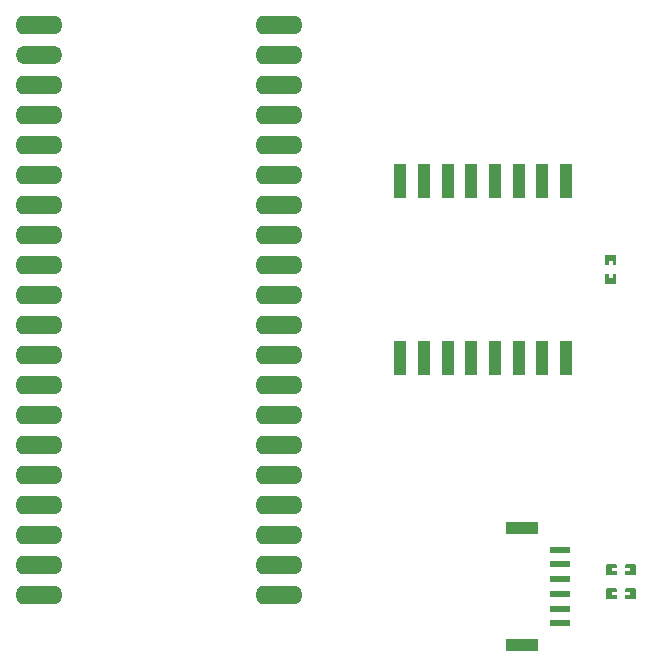
<source format=gtp>
G04 Layer: TopPasteMaskLayer*
G04 EasyEDA v6.5.23, 2023-05-23 22:52:14*
G04 b64d56a2c64b479e9c3a0f4ea2cfd69e,619bf967d5dd4da89e17e2f86567f5d7,10*
G04 Gerber Generator version 0.2*
G04 Scale: 100 percent, Rotated: No, Reflected: No *
G04 Dimensions in millimeters *
G04 leading zeros omitted , absolute positions ,4 integer and 5 decimal *
%FSLAX45Y45*%
%MOMM*%

%ADD10R,1.7000X0.6000*%
%ADD11R,2.7000X1.0000*%
%ADD12O,3.9999919999999998X1.5999968*%
%ADD13O,3.936492X1.524*%
%ADD14R,1.0000X3.0000*%

%LPD*%
G36*
X7037222Y4426508D02*
G01*
X7032193Y4421479D01*
X7032193Y4398721D01*
X7069175Y4398721D01*
X7069175Y4365701D01*
X7032193Y4365701D01*
X7032193Y4341520D01*
X7037222Y4336491D01*
X7117181Y4336491D01*
X7122210Y4341520D01*
X7122210Y4421479D01*
X7117181Y4426508D01*
G37*
G36*
X6878218Y4426508D02*
G01*
X6873189Y4421479D01*
X6873189Y4341520D01*
X6878218Y4336491D01*
X6957212Y4336491D01*
X6962190Y4341520D01*
X6962190Y4365701D01*
X6924192Y4365701D01*
X6924192Y4398721D01*
X6962190Y4398721D01*
X6962190Y4421479D01*
X6957212Y4426508D01*
G37*
G36*
X7037222Y4629708D02*
G01*
X7032193Y4624679D01*
X7032193Y4601921D01*
X7069175Y4601921D01*
X7069175Y4568901D01*
X7032193Y4568901D01*
X7032193Y4544720D01*
X7037222Y4539691D01*
X7117181Y4539691D01*
X7122210Y4544720D01*
X7122210Y4624679D01*
X7117181Y4629708D01*
G37*
G36*
X6878218Y4629708D02*
G01*
X6873189Y4624679D01*
X6873189Y4544720D01*
X6878218Y4539691D01*
X6957212Y4539691D01*
X6962190Y4544720D01*
X6962190Y4568901D01*
X6924192Y4568901D01*
X6924192Y4601921D01*
X6962190Y4601921D01*
X6962190Y4624679D01*
X6957212Y4629708D01*
G37*
G36*
X6868820Y7249210D02*
G01*
X6863791Y7244181D01*
X6863791Y7164222D01*
X6868820Y7159193D01*
X6891578Y7159193D01*
X6891578Y7196226D01*
X6924598Y7196226D01*
X6924598Y7159193D01*
X6948779Y7159193D01*
X6953808Y7164222D01*
X6953808Y7244181D01*
X6948779Y7249210D01*
G37*
G36*
X6868820Y7089190D02*
G01*
X6863791Y7084212D01*
X6863791Y7005218D01*
X6868820Y7000189D01*
X6948779Y7000189D01*
X6953808Y7005218D01*
X6953808Y7084212D01*
X6948779Y7089190D01*
X6924598Y7089190D01*
X6924598Y7051192D01*
X6891578Y7051192D01*
X6891578Y7089190D01*
G37*
D10*
G01*
X6482105Y4754092D03*
D11*
G01*
X6162090Y4939106D03*
D10*
G01*
X6482105Y4629099D03*
G01*
X6482105Y4504105D03*
G01*
X6482105Y4379087D03*
G01*
X6482105Y4254093D03*
G01*
X6482105Y4129100D03*
D11*
G01*
X6162090Y3944086D03*
D12*
G01*
X2070100Y9194800D03*
D13*
G01*
X2070100Y8940800D03*
D12*
G01*
X2070100Y8686800D03*
G01*
X2070100Y8432800D03*
G01*
X2070100Y8178800D03*
G01*
X2070100Y7924800D03*
G01*
X2070100Y7670800D03*
G01*
X2070100Y7416800D03*
G01*
X2070100Y7162800D03*
G01*
X2070100Y6908800D03*
G01*
X2070100Y6654800D03*
G01*
X2070100Y6400800D03*
G01*
X2070100Y6146800D03*
G01*
X2070100Y5892800D03*
G01*
X2070100Y5638800D03*
G01*
X2070100Y5384800D03*
G01*
X2070100Y5130800D03*
G01*
X2070100Y4876800D03*
G01*
X2070100Y4622800D03*
G01*
X2070100Y4368800D03*
G01*
X4102100Y4368800D03*
G01*
X4102100Y4622800D03*
G01*
X4102100Y4876800D03*
G01*
X4102100Y5130800D03*
G01*
X4102100Y5384800D03*
G01*
X4102100Y5638800D03*
G01*
X4102100Y5892800D03*
G01*
X4102100Y6146800D03*
G01*
X4102100Y6400800D03*
G01*
X4102100Y6654800D03*
G01*
X4102100Y6908800D03*
G01*
X4102100Y7162800D03*
G01*
X4102100Y7416800D03*
G01*
X4102100Y7670800D03*
G01*
X4102100Y7924800D03*
G01*
X4102100Y8178800D03*
G01*
X4102100Y8432800D03*
G01*
X4102100Y8686800D03*
G01*
X4102100Y9194800D03*
G01*
X4102100Y8940800D03*
D14*
G01*
X6129299Y6374714D03*
G01*
X5729300Y7874685D03*
G01*
X6529298Y7874685D03*
G01*
X5529300Y7874685D03*
G01*
X5329300Y7874685D03*
G01*
X5129301Y7874685D03*
G01*
X6129299Y7874685D03*
G01*
X5929299Y7874685D03*
G01*
X6329299Y6374714D03*
G01*
X5129301Y6374714D03*
G01*
X6529298Y6374714D03*
G01*
X6329299Y7874685D03*
G01*
X5329300Y6374714D03*
G01*
X5529300Y6374714D03*
G01*
X5929299Y6374714D03*
G01*
X5729300Y6374714D03*
M02*

</source>
